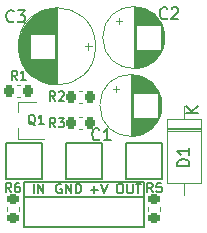
<source format=gto>
%TF.GenerationSoftware,KiCad,Pcbnew,(5.99.0-7340-g1a9878d6d3)*%
%TF.CreationDate,2020-12-04T16:26:35+02:00*%
%TF.ProjectId,borraja,626f7272-616a-4612-9e6b-696361645f70,rev?*%
%TF.SameCoordinates,Original*%
%TF.FileFunction,Legend,Top*%
%TF.FilePolarity,Positive*%
%FSLAX46Y46*%
G04 Gerber Fmt 4.6, Leading zero omitted, Abs format (unit mm)*
G04 Created by KiCad (PCBNEW (5.99.0-7340-g1a9878d6d3)) date 2020-12-04 16:26:35*
%MOMM*%
%LPD*%
G01*
G04 APERTURE LIST*
G04 Aperture macros list*
%AMRoundRect*
0 Rectangle with rounded corners*
0 $1 Rounding radius*
0 $2 $3 $4 $5 $6 $7 $8 $9 X,Y pos of 4 corners*
0 Add a 4 corners polygon primitive as box body*
4,1,4,$2,$3,$4,$5,$6,$7,$8,$9,$2,$3,0*
0 Add four circle primitives for the rounded corners*
1,1,$1+$1,$2,$3,0*
1,1,$1+$1,$4,$5,0*
1,1,$1+$1,$6,$7,0*
1,1,$1+$1,$8,$9,0*
0 Add four rect primitives between the rounded corners*
20,1,$1+$1,$2,$3,$4,$5,0*
20,1,$1+$1,$4,$5,$6,$7,0*
20,1,$1+$1,$6,$7,$8,$9,0*
20,1,$1+$1,$8,$9,$2,$3,0*%
G04 Aperture macros list end*
%ADD10C,0.150000*%
%ADD11C,0.127000*%
%ADD12C,0.120000*%
%ADD13O,1.930400X1.930400*%
%ADD14R,1.930400X1.930400*%
%ADD15O,2.540000X2.540000*%
%ADD16R,2.540000X2.540000*%
%ADD17RoundRect,0.218750X0.256250X-0.218750X0.256250X0.218750X-0.256250X0.218750X-0.256250X-0.218750X0*%
%ADD18RoundRect,0.218750X-0.218750X-0.256250X0.218750X-0.256250X0.218750X0.256250X-0.218750X0.256250X0*%
%ADD19R,0.900000X0.800000*%
%ADD20O,2.200000X2.200000*%
%ADD21R,2.200000X2.200000*%
%ADD22C,1.600000*%
%ADD23R,1.600000X1.600000*%
G04 APERTURE END LIST*
D10*
%TO.C,J1*%
X144120476Y-99195000D02*
X144044285Y-99156904D01*
X143930000Y-99156904D01*
X143815714Y-99195000D01*
X143739523Y-99271190D01*
X143701428Y-99347380D01*
X143663333Y-99499761D01*
X143663333Y-99614047D01*
X143701428Y-99766428D01*
X143739523Y-99842619D01*
X143815714Y-99918809D01*
X143930000Y-99956904D01*
X144006190Y-99956904D01*
X144120476Y-99918809D01*
X144158571Y-99880714D01*
X144158571Y-99614047D01*
X144006190Y-99614047D01*
X144501428Y-99956904D02*
X144501428Y-99156904D01*
X144958571Y-99956904D01*
X144958571Y-99156904D01*
X145339523Y-99956904D02*
X145339523Y-99156904D01*
X145530000Y-99156904D01*
X145644285Y-99195000D01*
X145720476Y-99271190D01*
X145758571Y-99347380D01*
X145796666Y-99499761D01*
X145796666Y-99614047D01*
X145758571Y-99766428D01*
X145720476Y-99842619D01*
X145644285Y-99918809D01*
X145530000Y-99956904D01*
X145339523Y-99956904D01*
X146622380Y-99652142D02*
X147231904Y-99652142D01*
X146927142Y-99956904D02*
X146927142Y-99347380D01*
X147498571Y-99156904D02*
X147765238Y-99956904D01*
X148031904Y-99156904D01*
X149010000Y-99156904D02*
X149162380Y-99156904D01*
X149238571Y-99195000D01*
X149314761Y-99271190D01*
X149352857Y-99423571D01*
X149352857Y-99690238D01*
X149314761Y-99842619D01*
X149238571Y-99918809D01*
X149162380Y-99956904D01*
X149010000Y-99956904D01*
X148933809Y-99918809D01*
X148857619Y-99842619D01*
X148819523Y-99690238D01*
X148819523Y-99423571D01*
X148857619Y-99271190D01*
X148933809Y-99195000D01*
X149010000Y-99156904D01*
X149695714Y-99156904D02*
X149695714Y-99804523D01*
X149733809Y-99880714D01*
X149771904Y-99918809D01*
X149848095Y-99956904D01*
X150000476Y-99956904D01*
X150076666Y-99918809D01*
X150114761Y-99880714D01*
X150152857Y-99804523D01*
X150152857Y-99156904D01*
X150419523Y-99156904D02*
X150876666Y-99156904D01*
X150648095Y-99956904D02*
X150648095Y-99156904D01*
X141770952Y-99956904D02*
X141770952Y-99156904D01*
X142151904Y-99956904D02*
X142151904Y-99156904D01*
X142609047Y-99956904D01*
X142609047Y-99156904D01*
D11*
%TO.C,R6*%
X139866666Y-99861904D02*
X139600000Y-99480952D01*
X139409523Y-99861904D02*
X139409523Y-99061904D01*
X139714285Y-99061904D01*
X139790476Y-99100000D01*
X139828571Y-99138095D01*
X139866666Y-99214285D01*
X139866666Y-99328571D01*
X139828571Y-99404761D01*
X139790476Y-99442857D01*
X139714285Y-99480952D01*
X139409523Y-99480952D01*
X140552380Y-99061904D02*
X140400000Y-99061904D01*
X140323809Y-99100000D01*
X140285714Y-99138095D01*
X140209523Y-99252380D01*
X140171428Y-99404761D01*
X140171428Y-99709523D01*
X140209523Y-99785714D01*
X140247619Y-99823809D01*
X140323809Y-99861904D01*
X140476190Y-99861904D01*
X140552380Y-99823809D01*
X140590476Y-99785714D01*
X140628571Y-99709523D01*
X140628571Y-99519047D01*
X140590476Y-99442857D01*
X140552380Y-99404761D01*
X140476190Y-99366666D01*
X140323809Y-99366666D01*
X140247619Y-99404761D01*
X140209523Y-99442857D01*
X140171428Y-99519047D01*
%TO.C,R5*%
X151866666Y-99861904D02*
X151600000Y-99480952D01*
X151409523Y-99861904D02*
X151409523Y-99061904D01*
X151714285Y-99061904D01*
X151790476Y-99100000D01*
X151828571Y-99138095D01*
X151866666Y-99214285D01*
X151866666Y-99328571D01*
X151828571Y-99404761D01*
X151790476Y-99442857D01*
X151714285Y-99480952D01*
X151409523Y-99480952D01*
X152590476Y-99061904D02*
X152209523Y-99061904D01*
X152171428Y-99442857D01*
X152209523Y-99404761D01*
X152285714Y-99366666D01*
X152476190Y-99366666D01*
X152552380Y-99404761D01*
X152590476Y-99442857D01*
X152628571Y-99519047D01*
X152628571Y-99709523D01*
X152590476Y-99785714D01*
X152552380Y-99823809D01*
X152476190Y-99861904D01*
X152285714Y-99861904D01*
X152209523Y-99823809D01*
X152171428Y-99785714D01*
%TO.C,R3*%
X143616666Y-94361904D02*
X143350000Y-93980952D01*
X143159523Y-94361904D02*
X143159523Y-93561904D01*
X143464285Y-93561904D01*
X143540476Y-93600000D01*
X143578571Y-93638095D01*
X143616666Y-93714285D01*
X143616666Y-93828571D01*
X143578571Y-93904761D01*
X143540476Y-93942857D01*
X143464285Y-93980952D01*
X143159523Y-93980952D01*
X143883333Y-93561904D02*
X144378571Y-93561904D01*
X144111904Y-93866666D01*
X144226190Y-93866666D01*
X144302380Y-93904761D01*
X144340476Y-93942857D01*
X144378571Y-94019047D01*
X144378571Y-94209523D01*
X144340476Y-94285714D01*
X144302380Y-94323809D01*
X144226190Y-94361904D01*
X143997619Y-94361904D01*
X143921428Y-94323809D01*
X143883333Y-94285714D01*
%TO.C,R2*%
X143616666Y-92111904D02*
X143350000Y-91730952D01*
X143159523Y-92111904D02*
X143159523Y-91311904D01*
X143464285Y-91311904D01*
X143540476Y-91350000D01*
X143578571Y-91388095D01*
X143616666Y-91464285D01*
X143616666Y-91578571D01*
X143578571Y-91654761D01*
X143540476Y-91692857D01*
X143464285Y-91730952D01*
X143159523Y-91730952D01*
X143921428Y-91388095D02*
X143959523Y-91350000D01*
X144035714Y-91311904D01*
X144226190Y-91311904D01*
X144302380Y-91350000D01*
X144340476Y-91388095D01*
X144378571Y-91464285D01*
X144378571Y-91540476D01*
X144340476Y-91654761D01*
X143883333Y-92111904D01*
X144378571Y-92111904D01*
%TO.C,R1*%
X140366666Y-90361904D02*
X140100000Y-89980952D01*
X139909523Y-90361904D02*
X139909523Y-89561904D01*
X140214285Y-89561904D01*
X140290476Y-89600000D01*
X140328571Y-89638095D01*
X140366666Y-89714285D01*
X140366666Y-89828571D01*
X140328571Y-89904761D01*
X140290476Y-89942857D01*
X140214285Y-89980952D01*
X139909523Y-89980952D01*
X141128571Y-90361904D02*
X140671428Y-90361904D01*
X140900000Y-90361904D02*
X140900000Y-89561904D01*
X140823809Y-89676190D01*
X140747619Y-89752380D01*
X140671428Y-89790476D01*
%TO.C,Q1*%
X141923809Y-94188095D02*
X141847619Y-94150000D01*
X141771428Y-94073809D01*
X141657142Y-93959523D01*
X141580952Y-93921428D01*
X141504761Y-93921428D01*
X141542857Y-94111904D02*
X141466666Y-94073809D01*
X141390476Y-93997619D01*
X141352380Y-93845238D01*
X141352380Y-93578571D01*
X141390476Y-93426190D01*
X141466666Y-93350000D01*
X141542857Y-93311904D01*
X141695238Y-93311904D01*
X141771428Y-93350000D01*
X141847619Y-93426190D01*
X141885714Y-93578571D01*
X141885714Y-93845238D01*
X141847619Y-93997619D01*
X141771428Y-94073809D01*
X141695238Y-94111904D01*
X141542857Y-94111904D01*
X142647619Y-94111904D02*
X142190476Y-94111904D01*
X142419047Y-94111904D02*
X142419047Y-93311904D01*
X142342857Y-93426190D01*
X142266666Y-93502380D01*
X142190476Y-93540476D01*
D10*
%TO.C,D1*%
X154952380Y-97638095D02*
X153952380Y-97638095D01*
X153952380Y-97400000D01*
X154000000Y-97257142D01*
X154095238Y-97161904D01*
X154190476Y-97114285D01*
X154380952Y-97066666D01*
X154523809Y-97066666D01*
X154714285Y-97114285D01*
X154809523Y-97161904D01*
X154904761Y-97257142D01*
X154952380Y-97400000D01*
X154952380Y-97638095D01*
X154952380Y-96114285D02*
X154952380Y-96685714D01*
X154952380Y-96400000D02*
X153952380Y-96400000D01*
X154095238Y-96495238D01*
X154190476Y-96590476D01*
X154238095Y-96685714D01*
X155702380Y-93161904D02*
X154702380Y-93161904D01*
X155702380Y-92590476D02*
X155130952Y-93019047D01*
X154702380Y-92590476D02*
X155273809Y-93161904D01*
%TO.C,C3*%
X140083333Y-85357142D02*
X140035714Y-85404761D01*
X139892857Y-85452380D01*
X139797619Y-85452380D01*
X139654761Y-85404761D01*
X139559523Y-85309523D01*
X139511904Y-85214285D01*
X139464285Y-85023809D01*
X139464285Y-84880952D01*
X139511904Y-84690476D01*
X139559523Y-84595238D01*
X139654761Y-84500000D01*
X139797619Y-84452380D01*
X139892857Y-84452380D01*
X140035714Y-84500000D01*
X140083333Y-84547619D01*
X140416666Y-84452380D02*
X141035714Y-84452380D01*
X140702380Y-84833333D01*
X140845238Y-84833333D01*
X140940476Y-84880952D01*
X140988095Y-84928571D01*
X141035714Y-85023809D01*
X141035714Y-85261904D01*
X140988095Y-85357142D01*
X140940476Y-85404761D01*
X140845238Y-85452380D01*
X140559523Y-85452380D01*
X140464285Y-85404761D01*
X140416666Y-85357142D01*
%TO.C,C2*%
X153083333Y-85107142D02*
X153035714Y-85154761D01*
X152892857Y-85202380D01*
X152797619Y-85202380D01*
X152654761Y-85154761D01*
X152559523Y-85059523D01*
X152511904Y-84964285D01*
X152464285Y-84773809D01*
X152464285Y-84630952D01*
X152511904Y-84440476D01*
X152559523Y-84345238D01*
X152654761Y-84250000D01*
X152797619Y-84202380D01*
X152892857Y-84202380D01*
X153035714Y-84250000D01*
X153083333Y-84297619D01*
X153464285Y-84297619D02*
X153511904Y-84250000D01*
X153607142Y-84202380D01*
X153845238Y-84202380D01*
X153940476Y-84250000D01*
X153988095Y-84297619D01*
X154035714Y-84392857D01*
X154035714Y-84488095D01*
X153988095Y-84630952D01*
X153416666Y-85202380D01*
X154035714Y-85202380D01*
%TO.C,C1*%
X147333333Y-95357142D02*
X147285714Y-95404761D01*
X147142857Y-95452380D01*
X147047619Y-95452380D01*
X146904761Y-95404761D01*
X146809523Y-95309523D01*
X146761904Y-95214285D01*
X146714285Y-95023809D01*
X146714285Y-94880952D01*
X146761904Y-94690476D01*
X146809523Y-94595238D01*
X146904761Y-94500000D01*
X147047619Y-94452380D01*
X147142857Y-94452380D01*
X147285714Y-94500000D01*
X147333333Y-94547619D01*
X148285714Y-95452380D02*
X147714285Y-95452380D01*
X148000000Y-95452380D02*
X148000000Y-94452380D01*
X147904761Y-94595238D01*
X147809523Y-94690476D01*
X147714285Y-94738095D01*
D11*
%TO.C,J1*%
X140920000Y-100230000D02*
X140920000Y-98960000D01*
X151080000Y-98960000D02*
X140920000Y-98960000D01*
X151080000Y-102770000D02*
X151080000Y-100230000D01*
X151080000Y-100230000D02*
X151080000Y-98960000D01*
X140920000Y-100230000D02*
X151080000Y-100230000D01*
X151080000Y-102770000D02*
X140920000Y-102770000D01*
X140920000Y-102770000D02*
X140920000Y-100230000D01*
%TO.C,RV1*%
X152632500Y-98707500D02*
X152632500Y-95659500D01*
X149584500Y-98707500D02*
X152632500Y-98707500D01*
X149584500Y-95659500D02*
X149584500Y-98707500D01*
X147552500Y-98707500D02*
X147552500Y-95659500D01*
X144504500Y-98707500D02*
X147552500Y-98707500D01*
X144504500Y-95659500D02*
X144504500Y-98707500D01*
X142472500Y-98707500D02*
X142472500Y-95659500D01*
X139424500Y-98707500D02*
X142472500Y-98707500D01*
X139424500Y-95659500D02*
X139424500Y-98707500D01*
X149584500Y-95659500D02*
X152632500Y-95659500D01*
X144504500Y-95659500D02*
X147552500Y-95659500D01*
X139424500Y-95659500D02*
X142472500Y-95659500D01*
D12*
%TO.C,R6*%
X140510000Y-101412779D02*
X140510000Y-101087221D01*
X139490000Y-101412779D02*
X139490000Y-101087221D01*
%TO.C,R5*%
X152510000Y-101412779D02*
X152510000Y-101087221D01*
X151490000Y-101412779D02*
X151490000Y-101087221D01*
%TO.C,R3*%
X145587221Y-94510000D02*
X145912779Y-94510000D01*
X145587221Y-93490000D02*
X145912779Y-93490000D01*
%TO.C,R2*%
X145587221Y-92260000D02*
X145912779Y-92260000D01*
X145587221Y-91240000D02*
X145912779Y-91240000D01*
%TO.C,R1*%
X140337221Y-91760000D02*
X140662779Y-91760000D01*
X140337221Y-90740000D02*
X140662779Y-90740000D01*
%TO.C,Q1*%
X140490000Y-92170000D02*
X141950000Y-92170000D01*
X140490000Y-95330000D02*
X142650000Y-95330000D01*
X140490000Y-95330000D02*
X140490000Y-94400000D01*
X140490000Y-92170000D02*
X140490000Y-93100000D01*
%TO.C,D1*%
X155970000Y-94390000D02*
X153030000Y-94390000D01*
X155970000Y-94630000D02*
X153030000Y-94630000D01*
X155970000Y-94510000D02*
X153030000Y-94510000D01*
X154500000Y-100070000D02*
X154500000Y-99050000D01*
X154500000Y-92590000D02*
X154500000Y-93610000D01*
X155970000Y-99050000D02*
X155970000Y-93610000D01*
X153030000Y-99050000D02*
X155970000Y-99050000D01*
X153030000Y-93610000D02*
X153030000Y-99050000D01*
X155970000Y-93610000D02*
X153030000Y-93610000D01*
%TO.C,C3*%
X147020000Y-87500000D02*
G75*
G03*
X147020000Y-87500000I-3270000J0D01*
G01*
X143750000Y-90730000D02*
X143750000Y-84270000D01*
X143710000Y-90730000D02*
X143710000Y-84270000D01*
X143670000Y-90730000D02*
X143670000Y-84270000D01*
X143630000Y-90728000D02*
X143630000Y-84272000D01*
X143590000Y-90727000D02*
X143590000Y-84273000D01*
X143550000Y-90724000D02*
X143550000Y-84276000D01*
X143510000Y-90722000D02*
X143510000Y-88540000D01*
X143510000Y-86460000D02*
X143510000Y-84278000D01*
X143470000Y-90718000D02*
X143470000Y-88540000D01*
X143470000Y-86460000D02*
X143470000Y-84282000D01*
X143430000Y-90715000D02*
X143430000Y-88540000D01*
X143430000Y-86460000D02*
X143430000Y-84285000D01*
X143390000Y-90711000D02*
X143390000Y-88540000D01*
X143390000Y-86460000D02*
X143390000Y-84289000D01*
X143350000Y-90706000D02*
X143350000Y-88540000D01*
X143350000Y-86460000D02*
X143350000Y-84294000D01*
X143310000Y-90701000D02*
X143310000Y-88540000D01*
X143310000Y-86460000D02*
X143310000Y-84299000D01*
X143270000Y-90695000D02*
X143270000Y-88540000D01*
X143270000Y-86460000D02*
X143270000Y-84305000D01*
X143230000Y-90689000D02*
X143230000Y-88540000D01*
X143230000Y-86460000D02*
X143230000Y-84311000D01*
X143190000Y-90682000D02*
X143190000Y-88540000D01*
X143190000Y-86460000D02*
X143190000Y-84318000D01*
X143150000Y-90675000D02*
X143150000Y-88540000D01*
X143150000Y-86460000D02*
X143150000Y-84325000D01*
X143110000Y-90667000D02*
X143110000Y-88540000D01*
X143110000Y-86460000D02*
X143110000Y-84333000D01*
X143070000Y-90659000D02*
X143070000Y-88540000D01*
X143070000Y-86460000D02*
X143070000Y-84341000D01*
X143029000Y-90650000D02*
X143029000Y-88540000D01*
X143029000Y-86460000D02*
X143029000Y-84350000D01*
X142989000Y-90641000D02*
X142989000Y-88540000D01*
X142989000Y-86460000D02*
X142989000Y-84359000D01*
X142949000Y-90631000D02*
X142949000Y-88540000D01*
X142949000Y-86460000D02*
X142949000Y-84369000D01*
X142909000Y-90621000D02*
X142909000Y-88540000D01*
X142909000Y-86460000D02*
X142909000Y-84379000D01*
X142869000Y-90610000D02*
X142869000Y-88540000D01*
X142869000Y-86460000D02*
X142869000Y-84390000D01*
X142829000Y-90598000D02*
X142829000Y-88540000D01*
X142829000Y-86460000D02*
X142829000Y-84402000D01*
X142789000Y-90586000D02*
X142789000Y-88540000D01*
X142789000Y-86460000D02*
X142789000Y-84414000D01*
X142749000Y-90574000D02*
X142749000Y-88540000D01*
X142749000Y-86460000D02*
X142749000Y-84426000D01*
X142709000Y-90561000D02*
X142709000Y-88540000D01*
X142709000Y-86460000D02*
X142709000Y-84439000D01*
X142669000Y-90547000D02*
X142669000Y-88540000D01*
X142669000Y-86460000D02*
X142669000Y-84453000D01*
X142629000Y-90533000D02*
X142629000Y-88540000D01*
X142629000Y-86460000D02*
X142629000Y-84467000D01*
X142589000Y-90518000D02*
X142589000Y-88540000D01*
X142589000Y-86460000D02*
X142589000Y-84482000D01*
X142549000Y-90502000D02*
X142549000Y-88540000D01*
X142549000Y-86460000D02*
X142549000Y-84498000D01*
X142509000Y-90486000D02*
X142509000Y-88540000D01*
X142509000Y-86460000D02*
X142509000Y-84514000D01*
X142469000Y-90470000D02*
X142469000Y-88540000D01*
X142469000Y-86460000D02*
X142469000Y-84530000D01*
X142429000Y-90452000D02*
X142429000Y-88540000D01*
X142429000Y-86460000D02*
X142429000Y-84548000D01*
X142389000Y-90434000D02*
X142389000Y-88540000D01*
X142389000Y-86460000D02*
X142389000Y-84566000D01*
X142349000Y-90416000D02*
X142349000Y-88540000D01*
X142349000Y-86460000D02*
X142349000Y-84584000D01*
X142309000Y-90396000D02*
X142309000Y-88540000D01*
X142309000Y-86460000D02*
X142309000Y-84604000D01*
X142269000Y-90376000D02*
X142269000Y-88540000D01*
X142269000Y-86460000D02*
X142269000Y-84624000D01*
X142229000Y-90356000D02*
X142229000Y-88540000D01*
X142229000Y-86460000D02*
X142229000Y-84644000D01*
X142189000Y-90334000D02*
X142189000Y-88540000D01*
X142189000Y-86460000D02*
X142189000Y-84666000D01*
X142149000Y-90312000D02*
X142149000Y-88540000D01*
X142149000Y-86460000D02*
X142149000Y-84688000D01*
X142109000Y-90290000D02*
X142109000Y-88540000D01*
X142109000Y-86460000D02*
X142109000Y-84710000D01*
X142069000Y-90266000D02*
X142069000Y-88540000D01*
X142069000Y-86460000D02*
X142069000Y-84734000D01*
X142029000Y-90242000D02*
X142029000Y-88540000D01*
X142029000Y-86460000D02*
X142029000Y-84758000D01*
X141989000Y-90216000D02*
X141989000Y-88540000D01*
X141989000Y-86460000D02*
X141989000Y-84784000D01*
X141949000Y-90190000D02*
X141949000Y-88540000D01*
X141949000Y-86460000D02*
X141949000Y-84810000D01*
X141909000Y-90164000D02*
X141909000Y-88540000D01*
X141909000Y-86460000D02*
X141909000Y-84836000D01*
X141869000Y-90136000D02*
X141869000Y-88540000D01*
X141869000Y-86460000D02*
X141869000Y-84864000D01*
X141829000Y-90107000D02*
X141829000Y-88540000D01*
X141829000Y-86460000D02*
X141829000Y-84893000D01*
X141789000Y-90078000D02*
X141789000Y-88540000D01*
X141789000Y-86460000D02*
X141789000Y-84922000D01*
X141749000Y-90048000D02*
X141749000Y-88540000D01*
X141749000Y-86460000D02*
X141749000Y-84952000D01*
X141709000Y-90016000D02*
X141709000Y-88540000D01*
X141709000Y-86460000D02*
X141709000Y-84984000D01*
X141669000Y-89984000D02*
X141669000Y-88540000D01*
X141669000Y-86460000D02*
X141669000Y-85016000D01*
X141629000Y-89950000D02*
X141629000Y-88540000D01*
X141629000Y-86460000D02*
X141629000Y-85050000D01*
X141589000Y-89916000D02*
X141589000Y-88540000D01*
X141589000Y-86460000D02*
X141589000Y-85084000D01*
X141549000Y-89880000D02*
X141549000Y-88540000D01*
X141549000Y-86460000D02*
X141549000Y-85120000D01*
X141509000Y-89843000D02*
X141509000Y-88540000D01*
X141509000Y-86460000D02*
X141509000Y-85157000D01*
X141469000Y-89805000D02*
X141469000Y-88540000D01*
X141469000Y-86460000D02*
X141469000Y-85195000D01*
X141429000Y-89765000D02*
X141429000Y-85235000D01*
X141389000Y-89724000D02*
X141389000Y-85276000D01*
X141349000Y-89682000D02*
X141349000Y-85318000D01*
X141309000Y-89637000D02*
X141309000Y-85363000D01*
X141269000Y-89592000D02*
X141269000Y-85408000D01*
X141229000Y-89544000D02*
X141229000Y-85456000D01*
X141189000Y-89495000D02*
X141189000Y-85505000D01*
X141149000Y-89444000D02*
X141149000Y-85556000D01*
X141109000Y-89390000D02*
X141109000Y-85610000D01*
X141069000Y-89334000D02*
X141069000Y-85666000D01*
X141029000Y-89276000D02*
X141029000Y-85724000D01*
X140989000Y-89214000D02*
X140989000Y-85786000D01*
X140949000Y-89150000D02*
X140949000Y-85850000D01*
X140909000Y-89081000D02*
X140909000Y-85919000D01*
X140869000Y-89009000D02*
X140869000Y-85991000D01*
X140829000Y-88932000D02*
X140829000Y-86068000D01*
X140789000Y-88850000D02*
X140789000Y-86150000D01*
X140749000Y-88762000D02*
X140749000Y-86238000D01*
X140709000Y-88665000D02*
X140709000Y-86335000D01*
X140669000Y-88559000D02*
X140669000Y-86441000D01*
X140629000Y-88440000D02*
X140629000Y-86560000D01*
X140589000Y-88302000D02*
X140589000Y-86698000D01*
X140549000Y-88133000D02*
X140549000Y-86867000D01*
X140509000Y-87902000D02*
X140509000Y-87098000D01*
X146717000Y-87500000D02*
X146087000Y-87500000D01*
X146402000Y-87815000D02*
X146402000Y-87185000D01*
%TO.C,C2*%
X149000000Y-85103000D02*
X149000000Y-85603000D01*
X148750000Y-85353000D02*
X149250000Y-85353000D01*
X152851000Y-86466000D02*
X152851000Y-87034000D01*
X152811000Y-86232000D02*
X152811000Y-87268000D01*
X152771000Y-86073000D02*
X152771000Y-87427000D01*
X152731000Y-85945000D02*
X152731000Y-87555000D01*
X152691000Y-85835000D02*
X152691000Y-87665000D01*
X152651000Y-85739000D02*
X152651000Y-87761000D01*
X152611000Y-85652000D02*
X152611000Y-87848000D01*
X152571000Y-85572000D02*
X152571000Y-87928000D01*
X152531000Y-87790000D02*
X152531000Y-88001000D01*
X152531000Y-85499000D02*
X152531000Y-85710000D01*
X152491000Y-87790000D02*
X152491000Y-88069000D01*
X152491000Y-85431000D02*
X152491000Y-85710000D01*
X152451000Y-87790000D02*
X152451000Y-88133000D01*
X152451000Y-85367000D02*
X152451000Y-85710000D01*
X152411000Y-87790000D02*
X152411000Y-88193000D01*
X152411000Y-85307000D02*
X152411000Y-85710000D01*
X152371000Y-87790000D02*
X152371000Y-88250000D01*
X152371000Y-85250000D02*
X152371000Y-85710000D01*
X152331000Y-87790000D02*
X152331000Y-88304000D01*
X152331000Y-85196000D02*
X152331000Y-85710000D01*
X152291000Y-87790000D02*
X152291000Y-88355000D01*
X152291000Y-85145000D02*
X152291000Y-85710000D01*
X152251000Y-87790000D02*
X152251000Y-88403000D01*
X152251000Y-85097000D02*
X152251000Y-85710000D01*
X152211000Y-87790000D02*
X152211000Y-88449000D01*
X152211000Y-85051000D02*
X152211000Y-85710000D01*
X152171000Y-87790000D02*
X152171000Y-88493000D01*
X152171000Y-85007000D02*
X152171000Y-85710000D01*
X152131000Y-87790000D02*
X152131000Y-88535000D01*
X152131000Y-84965000D02*
X152131000Y-85710000D01*
X152091000Y-87790000D02*
X152091000Y-88576000D01*
X152091000Y-84924000D02*
X152091000Y-85710000D01*
X152051000Y-87790000D02*
X152051000Y-88614000D01*
X152051000Y-84886000D02*
X152051000Y-85710000D01*
X152011000Y-87790000D02*
X152011000Y-88651000D01*
X152011000Y-84849000D02*
X152011000Y-85710000D01*
X151971000Y-87790000D02*
X151971000Y-88687000D01*
X151971000Y-84813000D02*
X151971000Y-85710000D01*
X151931000Y-87790000D02*
X151931000Y-88721000D01*
X151931000Y-84779000D02*
X151931000Y-85710000D01*
X151891000Y-87790000D02*
X151891000Y-88754000D01*
X151891000Y-84746000D02*
X151891000Y-85710000D01*
X151851000Y-87790000D02*
X151851000Y-88785000D01*
X151851000Y-84715000D02*
X151851000Y-85710000D01*
X151811000Y-87790000D02*
X151811000Y-88815000D01*
X151811000Y-84685000D02*
X151811000Y-85710000D01*
X151771000Y-87790000D02*
X151771000Y-88845000D01*
X151771000Y-84655000D02*
X151771000Y-85710000D01*
X151731000Y-87790000D02*
X151731000Y-88872000D01*
X151731000Y-84628000D02*
X151731000Y-85710000D01*
X151691000Y-87790000D02*
X151691000Y-88899000D01*
X151691000Y-84601000D02*
X151691000Y-85710000D01*
X151651000Y-87790000D02*
X151651000Y-88925000D01*
X151651000Y-84575000D02*
X151651000Y-85710000D01*
X151611000Y-87790000D02*
X151611000Y-88950000D01*
X151611000Y-84550000D02*
X151611000Y-85710000D01*
X151571000Y-87790000D02*
X151571000Y-88974000D01*
X151571000Y-84526000D02*
X151571000Y-85710000D01*
X151531000Y-87790000D02*
X151531000Y-88997000D01*
X151531000Y-84503000D02*
X151531000Y-85710000D01*
X151491000Y-87790000D02*
X151491000Y-89018000D01*
X151491000Y-84482000D02*
X151491000Y-85710000D01*
X151451000Y-87790000D02*
X151451000Y-89040000D01*
X151451000Y-84460000D02*
X151451000Y-85710000D01*
X151411000Y-87790000D02*
X151411000Y-89060000D01*
X151411000Y-84440000D02*
X151411000Y-85710000D01*
X151371000Y-87790000D02*
X151371000Y-89079000D01*
X151371000Y-84421000D02*
X151371000Y-85710000D01*
X151331000Y-87790000D02*
X151331000Y-89098000D01*
X151331000Y-84402000D02*
X151331000Y-85710000D01*
X151291000Y-87790000D02*
X151291000Y-89115000D01*
X151291000Y-84385000D02*
X151291000Y-85710000D01*
X151251000Y-87790000D02*
X151251000Y-89132000D01*
X151251000Y-84368000D02*
X151251000Y-85710000D01*
X151211000Y-87790000D02*
X151211000Y-89148000D01*
X151211000Y-84352000D02*
X151211000Y-85710000D01*
X151171000Y-87790000D02*
X151171000Y-89164000D01*
X151171000Y-84336000D02*
X151171000Y-85710000D01*
X151131000Y-87790000D02*
X151131000Y-89178000D01*
X151131000Y-84322000D02*
X151131000Y-85710000D01*
X151091000Y-87790000D02*
X151091000Y-89192000D01*
X151091000Y-84308000D02*
X151091000Y-85710000D01*
X151051000Y-87790000D02*
X151051000Y-89205000D01*
X151051000Y-84295000D02*
X151051000Y-85710000D01*
X151011000Y-87790000D02*
X151011000Y-89218000D01*
X151011000Y-84282000D02*
X151011000Y-85710000D01*
X150971000Y-87790000D02*
X150971000Y-89230000D01*
X150971000Y-84270000D02*
X150971000Y-85710000D01*
X150930000Y-87790000D02*
X150930000Y-89241000D01*
X150930000Y-84259000D02*
X150930000Y-85710000D01*
X150890000Y-87790000D02*
X150890000Y-89251000D01*
X150890000Y-84249000D02*
X150890000Y-85710000D01*
X150850000Y-87790000D02*
X150850000Y-89261000D01*
X150850000Y-84239000D02*
X150850000Y-85710000D01*
X150810000Y-87790000D02*
X150810000Y-89270000D01*
X150810000Y-84230000D02*
X150810000Y-85710000D01*
X150770000Y-87790000D02*
X150770000Y-89278000D01*
X150770000Y-84222000D02*
X150770000Y-85710000D01*
X150730000Y-87790000D02*
X150730000Y-89286000D01*
X150730000Y-84214000D02*
X150730000Y-85710000D01*
X150690000Y-87790000D02*
X150690000Y-89293000D01*
X150690000Y-84207000D02*
X150690000Y-85710000D01*
X150650000Y-87790000D02*
X150650000Y-89300000D01*
X150650000Y-84200000D02*
X150650000Y-85710000D01*
X150610000Y-87790000D02*
X150610000Y-89306000D01*
X150610000Y-84194000D02*
X150610000Y-85710000D01*
X150570000Y-87790000D02*
X150570000Y-89311000D01*
X150570000Y-84189000D02*
X150570000Y-85710000D01*
X150530000Y-87790000D02*
X150530000Y-89315000D01*
X150530000Y-84185000D02*
X150530000Y-85710000D01*
X150490000Y-87790000D02*
X150490000Y-89319000D01*
X150490000Y-84181000D02*
X150490000Y-85710000D01*
X150450000Y-84177000D02*
X150450000Y-89323000D01*
X150410000Y-84174000D02*
X150410000Y-89326000D01*
X150370000Y-84172000D02*
X150370000Y-89328000D01*
X150330000Y-84171000D02*
X150330000Y-89329000D01*
X150290000Y-84170000D02*
X150290000Y-89330000D01*
X150250000Y-84170000D02*
X150250000Y-89330000D01*
X152870000Y-86750000D02*
G75*
G03*
X152870000Y-86750000I-2620000J0D01*
G01*
%TO.C,C1*%
X148750000Y-90853000D02*
X148750000Y-91353000D01*
X148500000Y-91103000D02*
X149000000Y-91103000D01*
X152601000Y-92216000D02*
X152601000Y-92784000D01*
X152561000Y-91982000D02*
X152561000Y-93018000D01*
X152521000Y-91823000D02*
X152521000Y-93177000D01*
X152481000Y-91695000D02*
X152481000Y-93305000D01*
X152441000Y-91585000D02*
X152441000Y-93415000D01*
X152401000Y-91489000D02*
X152401000Y-93511000D01*
X152361000Y-91402000D02*
X152361000Y-93598000D01*
X152321000Y-91322000D02*
X152321000Y-93678000D01*
X152281000Y-93540000D02*
X152281000Y-93751000D01*
X152281000Y-91249000D02*
X152281000Y-91460000D01*
X152241000Y-93540000D02*
X152241000Y-93819000D01*
X152241000Y-91181000D02*
X152241000Y-91460000D01*
X152201000Y-93540000D02*
X152201000Y-93883000D01*
X152201000Y-91117000D02*
X152201000Y-91460000D01*
X152161000Y-93540000D02*
X152161000Y-93943000D01*
X152161000Y-91057000D02*
X152161000Y-91460000D01*
X152121000Y-93540000D02*
X152121000Y-94000000D01*
X152121000Y-91000000D02*
X152121000Y-91460000D01*
X152081000Y-93540000D02*
X152081000Y-94054000D01*
X152081000Y-90946000D02*
X152081000Y-91460000D01*
X152041000Y-93540000D02*
X152041000Y-94105000D01*
X152041000Y-90895000D02*
X152041000Y-91460000D01*
X152001000Y-93540000D02*
X152001000Y-94153000D01*
X152001000Y-90847000D02*
X152001000Y-91460000D01*
X151961000Y-93540000D02*
X151961000Y-94199000D01*
X151961000Y-90801000D02*
X151961000Y-91460000D01*
X151921000Y-93540000D02*
X151921000Y-94243000D01*
X151921000Y-90757000D02*
X151921000Y-91460000D01*
X151881000Y-93540000D02*
X151881000Y-94285000D01*
X151881000Y-90715000D02*
X151881000Y-91460000D01*
X151841000Y-93540000D02*
X151841000Y-94326000D01*
X151841000Y-90674000D02*
X151841000Y-91460000D01*
X151801000Y-93540000D02*
X151801000Y-94364000D01*
X151801000Y-90636000D02*
X151801000Y-91460000D01*
X151761000Y-93540000D02*
X151761000Y-94401000D01*
X151761000Y-90599000D02*
X151761000Y-91460000D01*
X151721000Y-93540000D02*
X151721000Y-94437000D01*
X151721000Y-90563000D02*
X151721000Y-91460000D01*
X151681000Y-93540000D02*
X151681000Y-94471000D01*
X151681000Y-90529000D02*
X151681000Y-91460000D01*
X151641000Y-93540000D02*
X151641000Y-94504000D01*
X151641000Y-90496000D02*
X151641000Y-91460000D01*
X151601000Y-93540000D02*
X151601000Y-94535000D01*
X151601000Y-90465000D02*
X151601000Y-91460000D01*
X151561000Y-93540000D02*
X151561000Y-94565000D01*
X151561000Y-90435000D02*
X151561000Y-91460000D01*
X151521000Y-93540000D02*
X151521000Y-94595000D01*
X151521000Y-90405000D02*
X151521000Y-91460000D01*
X151481000Y-93540000D02*
X151481000Y-94622000D01*
X151481000Y-90378000D02*
X151481000Y-91460000D01*
X151441000Y-93540000D02*
X151441000Y-94649000D01*
X151441000Y-90351000D02*
X151441000Y-91460000D01*
X151401000Y-93540000D02*
X151401000Y-94675000D01*
X151401000Y-90325000D02*
X151401000Y-91460000D01*
X151361000Y-93540000D02*
X151361000Y-94700000D01*
X151361000Y-90300000D02*
X151361000Y-91460000D01*
X151321000Y-93540000D02*
X151321000Y-94724000D01*
X151321000Y-90276000D02*
X151321000Y-91460000D01*
X151281000Y-93540000D02*
X151281000Y-94747000D01*
X151281000Y-90253000D02*
X151281000Y-91460000D01*
X151241000Y-93540000D02*
X151241000Y-94768000D01*
X151241000Y-90232000D02*
X151241000Y-91460000D01*
X151201000Y-93540000D02*
X151201000Y-94790000D01*
X151201000Y-90210000D02*
X151201000Y-91460000D01*
X151161000Y-93540000D02*
X151161000Y-94810000D01*
X151161000Y-90190000D02*
X151161000Y-91460000D01*
X151121000Y-93540000D02*
X151121000Y-94829000D01*
X151121000Y-90171000D02*
X151121000Y-91460000D01*
X151081000Y-93540000D02*
X151081000Y-94848000D01*
X151081000Y-90152000D02*
X151081000Y-91460000D01*
X151041000Y-93540000D02*
X151041000Y-94865000D01*
X151041000Y-90135000D02*
X151041000Y-91460000D01*
X151001000Y-93540000D02*
X151001000Y-94882000D01*
X151001000Y-90118000D02*
X151001000Y-91460000D01*
X150961000Y-93540000D02*
X150961000Y-94898000D01*
X150961000Y-90102000D02*
X150961000Y-91460000D01*
X150921000Y-93540000D02*
X150921000Y-94914000D01*
X150921000Y-90086000D02*
X150921000Y-91460000D01*
X150881000Y-93540000D02*
X150881000Y-94928000D01*
X150881000Y-90072000D02*
X150881000Y-91460000D01*
X150841000Y-93540000D02*
X150841000Y-94942000D01*
X150841000Y-90058000D02*
X150841000Y-91460000D01*
X150801000Y-93540000D02*
X150801000Y-94955000D01*
X150801000Y-90045000D02*
X150801000Y-91460000D01*
X150761000Y-93540000D02*
X150761000Y-94968000D01*
X150761000Y-90032000D02*
X150761000Y-91460000D01*
X150721000Y-93540000D02*
X150721000Y-94980000D01*
X150721000Y-90020000D02*
X150721000Y-91460000D01*
X150680000Y-93540000D02*
X150680000Y-94991000D01*
X150680000Y-90009000D02*
X150680000Y-91460000D01*
X150640000Y-93540000D02*
X150640000Y-95001000D01*
X150640000Y-89999000D02*
X150640000Y-91460000D01*
X150600000Y-93540000D02*
X150600000Y-95011000D01*
X150600000Y-89989000D02*
X150600000Y-91460000D01*
X150560000Y-93540000D02*
X150560000Y-95020000D01*
X150560000Y-89980000D02*
X150560000Y-91460000D01*
X150520000Y-93540000D02*
X150520000Y-95028000D01*
X150520000Y-89972000D02*
X150520000Y-91460000D01*
X150480000Y-93540000D02*
X150480000Y-95036000D01*
X150480000Y-89964000D02*
X150480000Y-91460000D01*
X150440000Y-93540000D02*
X150440000Y-95043000D01*
X150440000Y-89957000D02*
X150440000Y-91460000D01*
X150400000Y-93540000D02*
X150400000Y-95050000D01*
X150400000Y-89950000D02*
X150400000Y-91460000D01*
X150360000Y-93540000D02*
X150360000Y-95056000D01*
X150360000Y-89944000D02*
X150360000Y-91460000D01*
X150320000Y-93540000D02*
X150320000Y-95061000D01*
X150320000Y-89939000D02*
X150320000Y-91460000D01*
X150280000Y-93540000D02*
X150280000Y-95065000D01*
X150280000Y-89935000D02*
X150280000Y-91460000D01*
X150240000Y-93540000D02*
X150240000Y-95069000D01*
X150240000Y-89931000D02*
X150240000Y-91460000D01*
X150200000Y-89927000D02*
X150200000Y-95073000D01*
X150160000Y-89924000D02*
X150160000Y-95076000D01*
X150120000Y-89922000D02*
X150120000Y-95078000D01*
X150080000Y-89921000D02*
X150080000Y-95079000D01*
X150040000Y-89920000D02*
X150040000Y-95080000D01*
X150000000Y-89920000D02*
X150000000Y-95080000D01*
X152620000Y-92500000D02*
G75*
G03*
X152620000Y-92500000I-2620000J0D01*
G01*
%TD*%
%LPC*%
D13*
%TO.C,J1*%
X149810000Y-101500000D03*
X147270000Y-101500000D03*
X144730000Y-101500000D03*
D14*
X142190000Y-101500000D03*
%TD*%
D15*
%TO.C,RV1*%
X140948500Y-97183500D03*
X146028500Y-97183500D03*
D16*
X151108500Y-97183500D03*
%TD*%
D17*
%TO.C,R6*%
X140000000Y-100462500D03*
X140000000Y-102037500D03*
%TD*%
%TO.C,R5*%
X152000000Y-100462500D03*
X152000000Y-102037500D03*
%TD*%
D18*
%TO.C,R3*%
X146537500Y-94000000D03*
X144962500Y-94000000D03*
%TD*%
%TO.C,R2*%
X146537500Y-91750000D03*
X144962500Y-91750000D03*
%TD*%
%TO.C,R1*%
X141287500Y-91250000D03*
X139712500Y-91250000D03*
%TD*%
D19*
%TO.C,Q1*%
X140250000Y-93750000D03*
X142250000Y-92800000D03*
X142250000Y-94700000D03*
%TD*%
D20*
%TO.C,D1*%
X154500000Y-101410000D03*
D21*
X154500000Y-91250000D03*
%TD*%
D22*
%TO.C,C3*%
X142500000Y-87500000D03*
D23*
X145000000Y-87500000D03*
%TD*%
D22*
%TO.C,C2*%
X151500000Y-86750000D03*
D23*
X149000000Y-86750000D03*
%TD*%
D22*
%TO.C,C1*%
X151250000Y-92500000D03*
D23*
X148750000Y-92500000D03*
%TD*%
M02*

</source>
